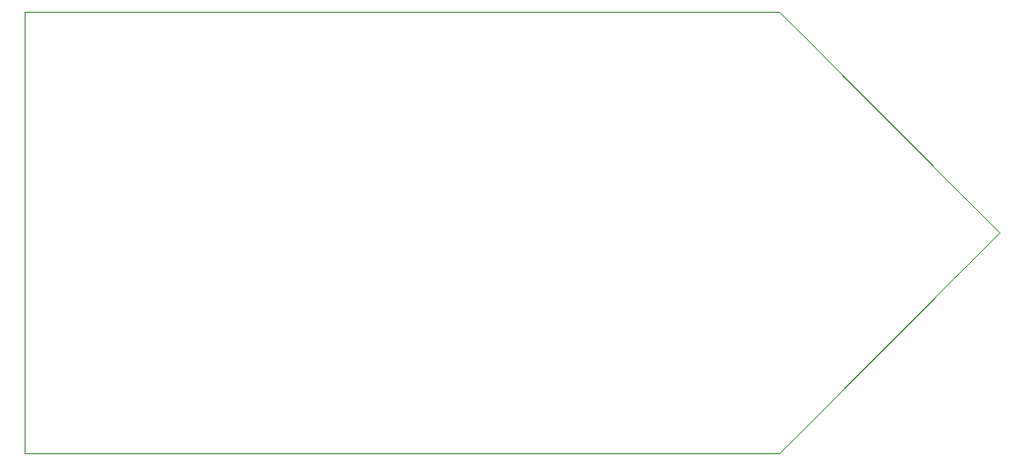
<source format=gbr>
%TF.GenerationSoftware,KiCad,Pcbnew,8.0.1*%
%TF.CreationDate,2024-03-30T16:51:40-04:00*%
%TF.ProjectId,pulp,70756c70-2e6b-4696-9361-645f70636258,rev?*%
%TF.SameCoordinates,Original*%
%TF.FileFunction,Profile,NP*%
%FSLAX46Y46*%
G04 Gerber Fmt 4.6, Leading zero omitted, Abs format (unit mm)*
G04 Created by KiCad (PCBNEW 8.0.1) date 2024-03-30 16:51:40*
%MOMM*%
%LPD*%
G01*
G04 APERTURE LIST*
%TA.AperFunction,Profile*%
%ADD10C,0.100000*%
%TD*%
G04 APERTURE END LIST*
D10*
X117000000Y-63050000D02*
X98000000Y-82100000D01*
X33030000Y-82100000D01*
X33030000Y-44000000D01*
X98000000Y-44000000D01*
X117000000Y-63050000D01*
M02*

</source>
